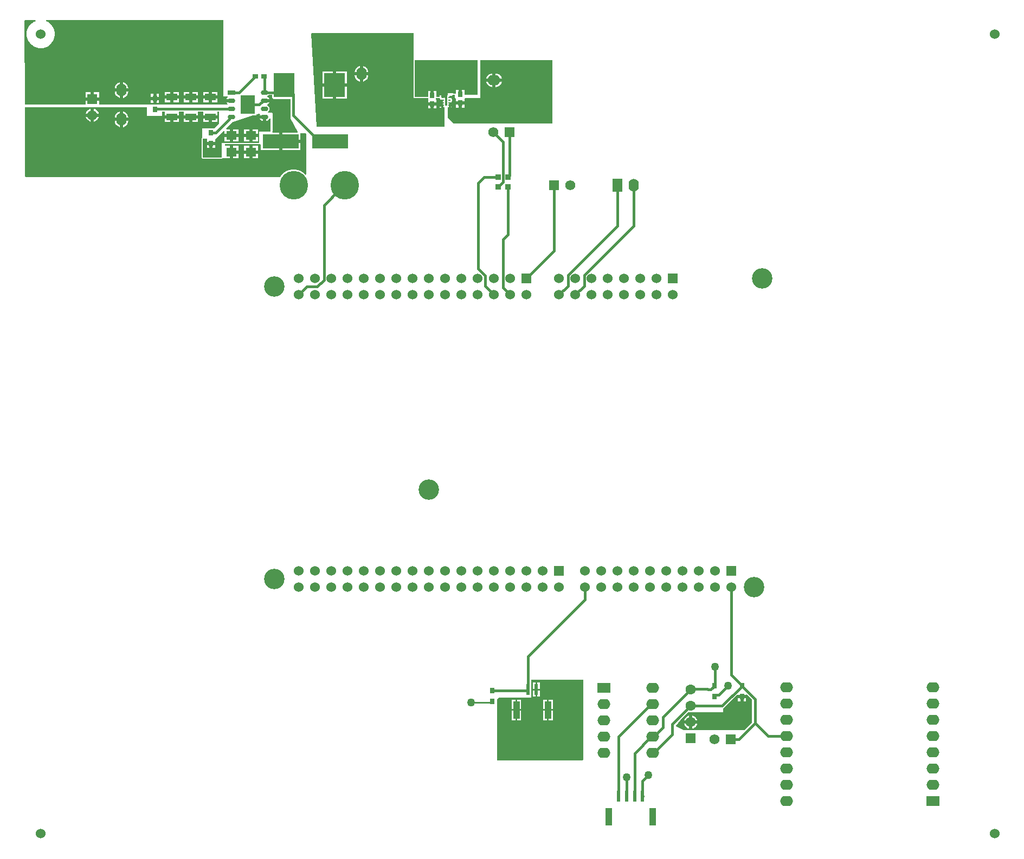
<source format=gbr>
G04*
G04 #@! TF.GenerationSoftware,Altium Limited,Altium Designer,23.0.1 (38)*
G04*
G04 Layer_Physical_Order=1*
G04 Layer_Color=255*
%FSLAX25Y25*%
%MOIN*%
G70*
G04*
G04 #@! TF.SameCoordinates,96643D2F-BE8E-4E12-8B93-A60CB91944C5*
G04*
G04*
G04 #@! TF.FilePolarity,Positive*
G04*
G01*
G75*
%ADD10C,0.01000*%
%ADD14R,0.03150X0.03543*%
%ADD15R,0.01732X0.05512*%
%ADD16R,0.01378X0.01024*%
%ADD17O,0.01378X0.01024*%
%ADD18R,0.06496X0.05512*%
%ADD19R,0.22008X0.08583*%
%ADD20O,0.04500X0.02992*%
%ADD21R,0.08898X0.11772*%
%ADD22R,0.04500X0.02992*%
%ADD23R,0.06693X0.04331*%
%ADD24R,0.02362X0.06693*%
%ADD25R,0.03937X0.10630*%
%ADD26R,0.03543X0.03543*%
%ADD27R,0.03543X0.03150*%
%ADD28R,0.12992X0.14567*%
%ADD29C,0.06181*%
%ADD30R,0.06181X0.06181*%
%ADD31R,0.06181X0.06181*%
%ADD32C,0.01500*%
%ADD33C,0.06000*%
%ADD34C,0.17559*%
%ADD35R,0.06299X0.07874*%
%ADD36O,0.06299X0.07874*%
%ADD37C,0.06024*%
%ADD38R,0.06024X0.06024*%
%ADD39C,0.12598*%
%ADD40O,0.07874X0.06299*%
%ADD41R,0.07874X0.06299*%
%ADD42R,0.06299X0.06299*%
%ADD43C,0.06299*%
%ADD44C,0.05000*%
G36*
X124000Y465500D02*
X126595D01*
X126746Y465000D01*
X126446Y464800D01*
X125912Y464000D01*
X129000D01*
Y462000D01*
X125912D01*
X126446Y461200D01*
X126746Y461000D01*
X126595Y460500D01*
X47591D01*
Y463000D01*
X43500D01*
X39409D01*
Y460500D01*
X2236D01*
X1739Y512145D01*
X2091Y512500D01*
X8544D01*
X8643Y512000D01*
X7708Y511613D01*
X6290Y510665D01*
X5083Y509458D01*
X4135Y508040D01*
X3483Y506463D01*
X3150Y504790D01*
Y503084D01*
X3483Y501411D01*
X4135Y499834D01*
X5083Y498416D01*
X6290Y497209D01*
X7708Y496261D01*
X9285Y495608D01*
X10958Y495276D01*
X12664D01*
X14337Y495608D01*
X15914Y496261D01*
X17332Y497209D01*
X18539Y498416D01*
X19487Y499834D01*
X20140Y501411D01*
X20472Y503084D01*
Y504790D01*
X20140Y506463D01*
X19487Y508040D01*
X18539Y509458D01*
X17332Y510665D01*
X15914Y511613D01*
X14979Y512000D01*
X15078Y512500D01*
X124000D01*
Y465500D01*
D02*
G37*
G36*
X280500Y487847D02*
Y466500D01*
X272258D01*
Y469567D01*
X270683D01*
Y466795D01*
X268683D01*
Y469567D01*
X267108D01*
Y467642D01*
X267043Y467555D01*
X266608Y467281D01*
X266500Y467303D01*
X265697D01*
X265500Y467500D01*
X262000D01*
Y466256D01*
D01*
Y466162D01*
X261590D01*
Y463563D01*
Y462500D01*
X260410D01*
Y464587D01*
X260000D01*
Y466374D01*
X259933D01*
Y464862D01*
X258014D01*
X257933Y464916D01*
Y466374D01*
X257244D01*
Y465303D01*
X255075D01*
Y468929D01*
X253500D01*
Y466157D01*
X251500D01*
Y468929D01*
X249925D01*
Y465303D01*
X241803D01*
Y488000D01*
X280000D01*
X280038Y488038D01*
X280500Y487847D01*
D02*
G37*
G36*
X326500Y449000D02*
X265500D01*
X262000Y452500D01*
Y458358D01*
X262067Y458401D01*
Y458956D01*
X262654D01*
Y460138D01*
X263067D01*
Y461138D01*
D01*
Y461988D01*
X264544D01*
Y462713D01*
X264756D01*
Y463224D01*
X264756D01*
Y463350D01*
X264756D01*
Y463862D01*
X264544D01*
Y464587D01*
X263067D01*
Y465862D01*
X264756D01*
Y466374D01*
X265204Y466500D01*
X266500D01*
Y464500D01*
X266711D01*
X267108Y464252D01*
Y462480D01*
X269683D01*
X272258D01*
Y464252D01*
X272655Y464500D01*
X282000D01*
Y488000D01*
X326500D01*
Y449000D01*
D02*
G37*
G36*
X241000Y464500D02*
X250138D01*
Y463614D01*
X249925D01*
Y461842D01*
X252500D01*
X255075D01*
Y463614D01*
X254862D01*
Y464500D01*
X257244D01*
Y464287D01*
X257456D01*
Y463563D01*
X258933D01*
Y462287D01*
D01*
Y460713D01*
D01*
Y460138D01*
X259346D01*
Y458956D01*
X259933D01*
Y458626D01*
X260000D01*
Y447000D01*
X181500D01*
X178022Y504136D01*
X178365Y504500D01*
X241000D01*
Y464500D01*
D02*
G37*
G36*
X146731Y454500D02*
X146397Y454000D01*
X149484D01*
Y453000D01*
X150484D01*
Y450504D01*
X151212Y450649D01*
X152038Y451200D01*
X152500Y451892D01*
X153000Y451741D01*
Y444000D01*
X146000D01*
Y437000D01*
X123000D01*
Y428000D01*
X111500D01*
Y439500D01*
X113456D01*
X113925Y439425D01*
X113925Y439000D01*
Y437654D01*
X116500D01*
X119075D01*
X119075Y439319D01*
X119500Y439500D01*
X119531Y439531D01*
X124290Y444290D01*
X124752Y444099D01*
Y442618D01*
X128000D01*
Y445374D01*
X126027D01*
X125836Y445836D01*
X130000Y450000D01*
X142246Y453827D01*
X144478D01*
Y454525D01*
X146000Y455000D01*
X146463D01*
X146731Y454500D01*
D02*
G37*
G36*
X154165Y464429D02*
X154571D01*
X155000Y464000D01*
X165500D01*
Y452000D01*
X169870Y443719D01*
X169612Y443291D01*
X160246D01*
Y439000D01*
X171250D01*
Y443000D01*
X174500D01*
X175000Y442500D01*
Y417489D01*
X174500Y417282D01*
X173351Y418431D01*
X171784Y419478D01*
X170043Y420199D01*
X168194Y420567D01*
X166310D01*
X164461Y420199D01*
X162720Y419478D01*
X161153Y418431D01*
X159821Y417099D01*
X159087Y416000D01*
X2500D01*
X2000Y416500D01*
Y420500D01*
Y459000D01*
X77000D01*
Y454000D01*
X77500Y453500D01*
X86500D01*
Y456259D01*
X87735D01*
X88153Y456063D01*
X88153Y455759D01*
Y453898D01*
X92500D01*
X96846D01*
Y455759D01*
X96846Y456063D01*
X97265Y456259D01*
X99235D01*
X99654Y456063D01*
X99654Y455759D01*
Y453898D01*
X104000D01*
X108346D01*
Y455759D01*
X108346Y456063D01*
X108765Y456259D01*
X111235D01*
X111653Y456063D01*
X111653Y455759D01*
Y453898D01*
X116000D01*
X120346D01*
Y455759D01*
X120346Y456063D01*
X120765Y456259D01*
X121500D01*
Y449000D01*
X118500Y446000D01*
X111000D01*
Y440113D01*
X110932Y440068D01*
X110758Y439807D01*
X110697Y439500D01*
Y428000D01*
X110758Y427693D01*
X110887Y427500D01*
X110932Y427432D01*
X111193Y427258D01*
X111500Y427197D01*
X123000D01*
X123307Y427258D01*
X123568Y427432D01*
X123613Y427500D01*
X125000D01*
Y427626D01*
X128000D01*
Y431382D01*
Y435138D01*
X125000D01*
Y436197D01*
X146000D01*
X146307Y436258D01*
X146568Y436432D01*
X147000Y436000D01*
Y436000D01*
X147242Y435600D01*
Y432709D01*
X158246D01*
Y438000D01*
Y443291D01*
X154375D01*
X154092Y443791D01*
X154217Y444000D01*
X154500D01*
Y455000D01*
X154000Y455500D01*
X151507D01*
X151355Y456000D01*
X151884Y456354D01*
X152389Y457109D01*
X152566Y458000D01*
X152389Y458891D01*
X151884Y459646D01*
X151162Y460129D01*
X151146Y460266D01*
X151201Y460646D01*
X151212Y460649D01*
X152038Y461200D01*
X152572Y462000D01*
X149484D01*
Y464000D01*
X152572D01*
X152038Y464800D01*
X151212Y465351D01*
X151201Y465353D01*
X151146Y465734D01*
X151162Y465871D01*
X151884Y466354D01*
X151937Y466433D01*
X154165D01*
Y464429D01*
D02*
G37*
G36*
X440425Y97205D02*
Y97154D01*
X443000D01*
X445575D01*
Y97205D01*
X446037Y97396D01*
X449000Y94433D01*
Y80217D01*
X444283Y75500D01*
X407000D01*
X402362Y77819D01*
X402261Y78309D01*
X403653Y79954D01*
X406308Y83091D01*
X409717Y86500D01*
X431500D01*
Y89000D01*
X431756Y89256D01*
X431959Y89392D01*
X439963Y97396D01*
X440425Y97205D01*
D02*
G37*
G36*
X345500Y57500D02*
X345000Y57000D01*
X292500D01*
Y94500D01*
X293500Y95500D01*
X313500D01*
Y96366D01*
X313508D01*
Y104634D01*
X313500D01*
Y106500D01*
X345500D01*
Y57500D01*
D02*
G37*
%LPC*%
G36*
X62500Y474341D02*
Y470500D01*
X65657D01*
X65543Y471371D01*
X65125Y472380D01*
X64460Y473247D01*
X63593Y473912D01*
X62583Y474330D01*
X62500Y474341D01*
D02*
G37*
G36*
X60500D02*
X60417Y474330D01*
X59407Y473912D01*
X58540Y473247D01*
X57875Y472380D01*
X57457Y471371D01*
X57343Y470500D01*
X60500D01*
Y474341D01*
D02*
G37*
G36*
X120346Y468268D02*
X117000D01*
Y466102D01*
X120346D01*
Y468268D01*
D02*
G37*
G36*
X108346D02*
X105000D01*
Y466102D01*
X108346D01*
Y468268D01*
D02*
G37*
G36*
X96846D02*
X93500D01*
Y466102D01*
X96846D01*
Y468268D01*
D02*
G37*
G36*
X115000D02*
X111653D01*
Y466102D01*
X115000D01*
Y468268D01*
D02*
G37*
G36*
X103000D02*
X99654D01*
Y466102D01*
X103000D01*
Y468268D01*
D02*
G37*
G36*
X91500D02*
X88153D01*
Y466102D01*
X91500D01*
Y468268D01*
D02*
G37*
G36*
X84575Y467118D02*
X83000D01*
Y465346D01*
X84575D01*
Y467118D01*
D02*
G37*
G36*
X81000D02*
X79425D01*
Y465346D01*
X81000D01*
Y467118D01*
D02*
G37*
G36*
X47591Y468090D02*
X44500D01*
Y465000D01*
X47591D01*
Y468090D01*
D02*
G37*
G36*
X42500D02*
X39409D01*
Y465000D01*
X42500D01*
Y468090D01*
D02*
G37*
G36*
X65657Y468500D02*
X62500D01*
Y464659D01*
X62583Y464670D01*
X63593Y465088D01*
X64460Y465753D01*
X65125Y466620D01*
X65543Y467629D01*
X65657Y468500D01*
D02*
G37*
G36*
X60500D02*
X57343D01*
X57457Y467629D01*
X57875Y466620D01*
X58540Y465753D01*
X59407Y465088D01*
X60417Y464670D01*
X60500Y464659D01*
Y468500D01*
D02*
G37*
G36*
X120346Y464102D02*
X117000D01*
Y461937D01*
X120346D01*
Y464102D01*
D02*
G37*
G36*
X115000D02*
X111653D01*
Y461937D01*
X115000D01*
Y464102D01*
D02*
G37*
G36*
X108346D02*
X105000D01*
Y461937D01*
X108346D01*
Y464102D01*
D02*
G37*
G36*
X103000D02*
X99654D01*
Y461937D01*
X103000D01*
Y464102D01*
D02*
G37*
G36*
X96846D02*
X93500D01*
Y461937D01*
X96846D01*
Y464102D01*
D02*
G37*
G36*
X91500D02*
X88153D01*
Y461937D01*
X91500D01*
Y464102D01*
D02*
G37*
G36*
X84575Y463346D02*
X83000D01*
Y461575D01*
X84575D01*
Y463346D01*
D02*
G37*
G36*
X81000D02*
X79425D01*
Y461575D01*
X81000D01*
Y463346D01*
D02*
G37*
G36*
X291500Y479657D02*
Y476500D01*
X295341D01*
X295330Y476583D01*
X294912Y477593D01*
X294247Y478460D01*
X293380Y479125D01*
X292371Y479543D01*
X291500Y479657D01*
D02*
G37*
G36*
X289500D02*
X288629Y479543D01*
X287620Y479125D01*
X286753Y478460D01*
X286088Y477593D01*
X285670Y476583D01*
X285659Y476500D01*
X289500D01*
Y479657D01*
D02*
G37*
G36*
X295341Y474500D02*
X291500D01*
Y471343D01*
X292371Y471457D01*
X293380Y471875D01*
X294247Y472541D01*
X294912Y473407D01*
X295330Y474417D01*
X295341Y474500D01*
D02*
G37*
G36*
X289500D02*
X285659D01*
X285670Y474417D01*
X286088Y473407D01*
X286753Y472541D01*
X287620Y471875D01*
X288629Y471457D01*
X289500Y471343D01*
Y474500D01*
D02*
G37*
G36*
X264394Y459138D02*
X264067D01*
Y458869D01*
X264334Y459048D01*
X264394Y459138D01*
D02*
G37*
G36*
X272258Y460480D02*
X270683D01*
Y458709D01*
X272258D01*
Y460480D01*
D02*
G37*
G36*
X268683D02*
X267108D01*
Y458709D01*
X268683D01*
Y460480D01*
D02*
G37*
G36*
X210000Y484341D02*
Y480500D01*
X213157D01*
X213043Y481371D01*
X212625Y482380D01*
X211960Y483247D01*
X211093Y483912D01*
X210083Y484330D01*
X210000Y484341D01*
D02*
G37*
G36*
X208000D02*
X207917Y484330D01*
X206907Y483912D01*
X206041Y483247D01*
X205375Y482380D01*
X204957Y481371D01*
X204843Y480500D01*
X208000D01*
Y484341D01*
D02*
G37*
G36*
X213157Y478500D02*
X210000D01*
Y474659D01*
X210083Y474670D01*
X211093Y475088D01*
X211960Y475753D01*
X212625Y476620D01*
X213043Y477629D01*
X213157Y478500D01*
D02*
G37*
G36*
X208000D02*
X204843D01*
X204957Y477629D01*
X205375Y476620D01*
X206041Y475753D01*
X206907Y475088D01*
X207917Y474670D01*
X208000Y474659D01*
Y478500D01*
D02*
G37*
G36*
X200047Y480784D02*
X193551D01*
Y473500D01*
X200047D01*
Y480784D01*
D02*
G37*
G36*
X191551D02*
X185055D01*
Y473500D01*
X191551D01*
Y480784D01*
D02*
G37*
G36*
X200047Y471500D02*
X193551D01*
Y464217D01*
X200047D01*
Y471500D01*
D02*
G37*
G36*
X191551D02*
X185055D01*
Y464217D01*
X191551D01*
Y471500D01*
D02*
G37*
G36*
X257933Y459138D02*
X257244D01*
Y458626D01*
X257933D01*
Y459138D01*
D02*
G37*
G36*
X255075Y459842D02*
X253500D01*
Y458071D01*
X255075D01*
Y459842D01*
D02*
G37*
G36*
X251500D02*
X249925D01*
Y458071D01*
X251500D01*
Y459842D01*
D02*
G37*
G36*
X148484Y452000D02*
X146397D01*
X146931Y451200D01*
X147756Y450649D01*
X148484Y450504D01*
Y452000D01*
D02*
G37*
G36*
X145248Y445374D02*
X142000D01*
Y442618D01*
X145248D01*
Y445374D01*
D02*
G37*
G36*
X133248D02*
X130000D01*
Y442618D01*
X133248D01*
Y445374D01*
D02*
G37*
G36*
X140000D02*
X136752D01*
Y442618D01*
X140000D01*
Y445374D01*
D02*
G37*
G36*
X145248Y440618D02*
X142000D01*
Y437862D01*
X145248D01*
Y440618D01*
D02*
G37*
G36*
X140000D02*
X136752D01*
Y437862D01*
X140000D01*
Y440618D01*
D02*
G37*
G36*
X133248D02*
X130000D01*
Y437862D01*
X133248D01*
Y440618D01*
D02*
G37*
G36*
X128000D02*
X124752D01*
Y437862D01*
X128000D01*
Y440618D01*
D02*
G37*
G36*
X119075Y435654D02*
X117500D01*
Y433882D01*
X119075D01*
Y435654D01*
D02*
G37*
G36*
X115500D02*
X113925D01*
Y433882D01*
X115500D01*
Y435654D01*
D02*
G37*
G36*
X44500Y457967D02*
Y455000D01*
X47467D01*
X47312Y455579D01*
X46773Y456512D01*
X46012Y457273D01*
X45079Y457812D01*
X44500Y457967D01*
D02*
G37*
G36*
X42500D02*
X41921Y457812D01*
X40988Y457273D01*
X40227Y456512D01*
X39688Y455579D01*
X39533Y455000D01*
X42500D01*
Y457967D01*
D02*
G37*
G36*
X62500Y456341D02*
Y452500D01*
X65657D01*
X65543Y453371D01*
X65125Y454380D01*
X64460Y455247D01*
X63593Y455912D01*
X62583Y456330D01*
X62500Y456341D01*
D02*
G37*
G36*
X60500D02*
X60417Y456330D01*
X59407Y455912D01*
X58540Y455247D01*
X57875Y454380D01*
X57457Y453371D01*
X57343Y452500D01*
X60500D01*
Y456341D01*
D02*
G37*
G36*
X47467Y453000D02*
X44500D01*
Y450033D01*
X45079Y450188D01*
X46012Y450727D01*
X46773Y451488D01*
X47312Y452421D01*
X47467Y453000D01*
D02*
G37*
G36*
X42500D02*
X39533D01*
X39688Y452421D01*
X40227Y451488D01*
X40988Y450727D01*
X41921Y450188D01*
X42500Y450033D01*
Y453000D01*
D02*
G37*
G36*
X120346Y451898D02*
X117000D01*
Y449732D01*
X120346D01*
Y451898D01*
D02*
G37*
G36*
X115000D02*
X111653D01*
Y449732D01*
X115000D01*
Y451898D01*
D02*
G37*
G36*
X108346D02*
X105000D01*
Y449732D01*
X108346D01*
Y451898D01*
D02*
G37*
G36*
X103000D02*
X99654D01*
Y449732D01*
X103000D01*
Y451898D01*
D02*
G37*
G36*
X96846D02*
X93500D01*
Y449732D01*
X96846D01*
Y451898D01*
D02*
G37*
G36*
X91500D02*
X88153D01*
Y449732D01*
X91500D01*
Y451898D01*
D02*
G37*
G36*
X65657Y450500D02*
X62500D01*
Y446659D01*
X62583Y446670D01*
X63593Y447088D01*
X64460Y447753D01*
X65125Y448620D01*
X65543Y449629D01*
X65657Y450500D01*
D02*
G37*
G36*
X60500D02*
X57343D01*
X57457Y449629D01*
X57875Y448620D01*
X58540Y447753D01*
X59407Y447088D01*
X60417Y446670D01*
X60500Y446659D01*
Y450500D01*
D02*
G37*
G36*
X171250Y437000D02*
X160246D01*
Y432709D01*
X171250D01*
Y437000D01*
D02*
G37*
G36*
X145248Y435138D02*
X142000D01*
Y432382D01*
X145248D01*
Y435138D01*
D02*
G37*
G36*
X133248D02*
X130000D01*
Y432382D01*
X133248D01*
Y435138D01*
D02*
G37*
G36*
X140000D02*
X136752D01*
Y432382D01*
X140000D01*
Y435138D01*
D02*
G37*
G36*
X145248Y430382D02*
X142000D01*
Y427626D01*
X145248D01*
Y430382D01*
D02*
G37*
G36*
X140000D02*
X136752D01*
Y427626D01*
X140000D01*
Y430382D01*
D02*
G37*
G36*
X133248D02*
X130000D01*
Y427626D01*
X133248D01*
Y430382D01*
D02*
G37*
G36*
X445575Y95153D02*
X444000D01*
Y93382D01*
X445575D01*
Y95153D01*
D02*
G37*
G36*
X442000D02*
X440425D01*
Y93382D01*
X442000D01*
Y95153D01*
D02*
G37*
G36*
X412500Y84528D02*
Y81500D01*
X415528D01*
X415367Y82102D01*
X414820Y83048D01*
X414048Y83820D01*
X413102Y84367D01*
X412500Y84528D01*
D02*
G37*
G36*
X410500D02*
X409898Y84367D01*
X408952Y83820D01*
X408180Y83048D01*
X407633Y82102D01*
X407472Y81500D01*
X410500D01*
Y84528D01*
D02*
G37*
G36*
X415528Y79500D02*
X412500D01*
Y76472D01*
X413102Y76633D01*
X414048Y77179D01*
X414820Y77952D01*
X415367Y78898D01*
X415528Y79500D01*
D02*
G37*
G36*
X410500D02*
X407472D01*
X407633Y78898D01*
X408180Y77952D01*
X408952Y77179D01*
X409898Y76633D01*
X410500Y76472D01*
Y79500D01*
D02*
G37*
G36*
X318642Y104847D02*
X316961D01*
Y101000D01*
X318642D01*
Y104847D01*
D02*
G37*
G36*
X315961D02*
X314280D01*
Y101000D01*
X315961D01*
Y104847D01*
D02*
G37*
G36*
X318642Y100000D02*
X316961D01*
Y96153D01*
X318642D01*
Y100000D01*
D02*
G37*
G36*
X315961D02*
X314280D01*
Y96153D01*
X315961D01*
Y100000D01*
D02*
G37*
G36*
X307224Y94217D02*
X304756D01*
Y88402D01*
X307224D01*
Y94217D01*
D02*
G37*
G36*
X326713D02*
X324244D01*
Y88402D01*
X326713D01*
Y94217D01*
D02*
G37*
G36*
X323244D02*
X320776D01*
Y88402D01*
X323244D01*
Y94217D01*
D02*
G37*
G36*
X303756D02*
X301287D01*
Y88402D01*
X303756D01*
Y94217D01*
D02*
G37*
G36*
X326713Y87401D02*
X324244D01*
Y81587D01*
X326713D01*
Y87401D01*
D02*
G37*
G36*
X323244D02*
X320776D01*
Y81587D01*
X323244D01*
Y87401D01*
D02*
G37*
G36*
X307224D02*
X304756D01*
Y81587D01*
X307224D01*
Y87401D01*
D02*
G37*
G36*
X303756D02*
X301287D01*
Y81587D01*
X303756D01*
Y87401D01*
D02*
G37*
%LPD*%
D10*
X288846Y92500D02*
X289500Y93154D01*
X276500Y92500D02*
X288846D01*
D14*
X426000Y102847D02*
D03*
Y96153D02*
D03*
X252500Y466157D02*
D03*
Y460843D02*
D03*
X82000Y464347D02*
D03*
Y457654D02*
D03*
X116500Y436654D02*
D03*
Y443347D02*
D03*
X289500Y99847D02*
D03*
Y93154D02*
D03*
X269683Y466795D02*
D03*
Y461480D02*
D03*
X443000Y96153D02*
D03*
Y102847D02*
D03*
D15*
X261000Y462500D02*
D03*
D16*
X263067Y461713D02*
D03*
X258933Y464862D02*
D03*
Y463287D02*
D03*
Y461713D02*
D03*
Y460138D02*
D03*
X263067Y464862D02*
D03*
Y463287D02*
D03*
D17*
Y460138D02*
D03*
D18*
X141000Y431382D02*
D03*
Y441618D02*
D03*
X129000Y431382D02*
D03*
Y441618D02*
D03*
D19*
X159246Y438000D02*
D03*
X189754D02*
D03*
D20*
X129000Y458000D02*
D03*
Y453000D02*
D03*
X149484Y463000D02*
D03*
Y458000D02*
D03*
Y453000D02*
D03*
X129000Y463000D02*
D03*
X149484Y468000D02*
D03*
D21*
X139242Y460500D02*
D03*
D22*
X129000Y468000D02*
D03*
D23*
X116000Y452898D02*
D03*
Y465102D02*
D03*
X104000D02*
D03*
Y452898D02*
D03*
X92500Y465102D02*
D03*
Y452898D02*
D03*
D24*
X367118Y34913D02*
D03*
X372039D02*
D03*
X376961D02*
D03*
X381882D02*
D03*
X316461Y100500D02*
D03*
X311539D02*
D03*
D25*
X361016Y22315D02*
D03*
X387984D02*
D03*
X323744Y87902D02*
D03*
X304256D02*
D03*
D26*
X293047Y410047D02*
D03*
Y415953D02*
D03*
X298953Y410047D02*
D03*
Y415953D02*
D03*
D27*
X149158Y478000D02*
D03*
X143842D02*
D03*
D28*
X161449Y472500D02*
D03*
X192551D02*
D03*
D29*
X290000Y443500D02*
D03*
X426000Y70000D02*
D03*
X337500Y411000D02*
D03*
X43500Y454000D02*
D03*
D30*
X300000Y443500D02*
D03*
X436000Y70000D02*
D03*
X327500Y411000D02*
D03*
D31*
X43500Y464000D02*
D03*
D32*
X376500Y385914D02*
Y411000D01*
X345971Y355384D02*
X376500Y385914D01*
X345971Y348951D02*
Y355384D01*
X340520Y343500D02*
X345971Y348951D01*
X335970Y355384D02*
X366500Y385914D01*
Y411000D01*
X335970Y348951D02*
Y355384D01*
X330520Y343500D02*
X335970Y348951D01*
X295919Y412919D02*
Y437581D01*
X293047Y410047D02*
X295919Y412919D01*
X290000Y443500D02*
X295919Y437581D01*
X170520Y343500D02*
X175461Y348441D01*
X181895D01*
X185970Y352517D01*
Y398628D01*
X195843Y408500D01*
X285202Y348818D02*
X290520Y343500D01*
X285202Y348818D02*
Y355251D01*
X280750Y359703D02*
X285202Y355251D01*
X280750Y359703D02*
Y412260D01*
X284442Y415953D01*
X293047D01*
X292094Y411000D02*
X293047Y410047D01*
X295971Y348049D02*
X300520Y343500D01*
X295971Y348049D02*
Y377658D01*
X298953Y380641D01*
Y410047D01*
Y415953D02*
X300000Y417000D01*
Y443500D01*
X441000Y70000D02*
X451000Y80000D01*
X436000Y70000D02*
X441000D01*
X443000Y102650D02*
X451000Y94650D01*
X443000Y102650D02*
Y102847D01*
X139242Y460500D02*
X146230D01*
X148730Y463000D01*
X149484D01*
X156949Y468000D02*
X161449Y472500D01*
X149484Y468000D02*
X156949D01*
X167195Y453846D02*
Y466754D01*
X161449Y472500D02*
X167195Y466754D01*
Y453846D02*
X183041Y438000D01*
X189754D01*
X149321Y468163D02*
X149484Y468000D01*
X149158Y478000D02*
X149321Y477837D01*
Y468163D02*
Y477837D01*
X127712Y452063D02*
X128650Y453000D01*
X127712Y451712D02*
Y452063D01*
X128650Y453000D02*
X129000D01*
X119346Y443347D02*
X127712Y451712D01*
X116500Y443347D02*
X119346D01*
X82173Y457827D02*
X128827D01*
X82000Y457654D02*
X82173Y457827D01*
X128827D02*
X129000Y458000D01*
X133646Y468000D02*
X143646Y478000D01*
X129000Y468000D02*
X133646D01*
X128842Y468157D02*
X129000Y468000D01*
X143646Y478000D02*
X143842D01*
X381882Y44382D02*
X385500Y48000D01*
X381882Y34913D02*
Y44382D01*
Y34913D02*
X381941Y34972D01*
X367118Y34913D02*
Y71406D01*
X387213Y91500D02*
X388000D01*
X367118Y71406D02*
X387213Y91500D01*
X425923Y96077D02*
X426000Y96153D01*
Y96350D02*
X426825Y97175D01*
X428675D01*
X434500Y103000D01*
X426000Y96153D02*
Y96350D01*
Y102847D02*
X426250Y103096D01*
Y114250D01*
X426500Y114500D01*
X426000Y102650D02*
Y102847D01*
X436520Y109524D02*
X443000Y103043D01*
X436520Y109524D02*
Y163500D01*
X443000Y102847D02*
Y103043D01*
X411500Y90500D02*
X430850D01*
X443000Y102650D01*
X421994Y100517D02*
X423867D01*
X411750Y100750D02*
X421760D01*
X421994Y100517D01*
X394500Y83500D02*
X411750Y100750D01*
X423867Y100517D02*
X426000Y102650D01*
X327500Y370480D02*
Y411000D01*
X310520Y353500D02*
X327500Y370480D01*
X311539Y120961D02*
X346520Y155941D01*
Y163500D01*
X311539Y100500D02*
Y120961D01*
X372039Y34913D02*
Y46461D01*
X372000Y46500D02*
X372039Y46461D01*
X387213Y71500D02*
X388000D01*
X376961Y34913D02*
Y61248D01*
X387213Y71500D01*
X311108Y99847D02*
X311539Y100277D01*
X289500Y99847D02*
X311108D01*
X311539Y100277D02*
Y100500D01*
X459000Y72000D02*
X470500D01*
X451000Y80000D02*
X459000Y72000D01*
X451000Y80000D02*
Y94650D01*
X394500Y77213D02*
Y83500D01*
X388787Y71500D02*
X394500Y77213D01*
X388000Y71500D02*
X388787D01*
Y61500D02*
X400144Y72856D01*
Y79144D02*
X411500Y90500D01*
X388000Y61500D02*
X388787D01*
X400144Y72856D02*
Y79144D01*
D33*
X11811Y11811D02*
D03*
Y503937D02*
D03*
X598425Y11811D02*
D03*
Y503937D02*
D03*
D34*
X167252Y411000D02*
D03*
X198748D02*
D03*
D35*
X366500D02*
D03*
D36*
X376500D02*
D03*
X61500Y451500D02*
D03*
Y469500D02*
D03*
X209000Y479500D02*
D03*
D37*
X240520Y343500D02*
D03*
X230520D02*
D03*
X210520D02*
D03*
X400520D02*
D03*
X390520Y353500D02*
D03*
Y343500D02*
D03*
X380520Y353500D02*
D03*
Y343500D02*
D03*
X370520Y353500D02*
D03*
Y343500D02*
D03*
X360520Y353500D02*
D03*
Y343500D02*
D03*
X350520Y353500D02*
D03*
Y343500D02*
D03*
X340520Y353500D02*
D03*
Y343500D02*
D03*
X330520Y353500D02*
D03*
Y343500D02*
D03*
X310520D02*
D03*
X300520Y353500D02*
D03*
Y343500D02*
D03*
X290520Y353500D02*
D03*
Y343500D02*
D03*
X280520Y353500D02*
D03*
Y343500D02*
D03*
X270520Y353500D02*
D03*
Y343500D02*
D03*
X260520Y353500D02*
D03*
Y343500D02*
D03*
X250520Y353500D02*
D03*
Y343500D02*
D03*
X240520Y353500D02*
D03*
X230520D02*
D03*
X220520D02*
D03*
Y343500D02*
D03*
X210520Y353500D02*
D03*
X200520D02*
D03*
Y343500D02*
D03*
X190520Y353500D02*
D03*
Y343500D02*
D03*
X180520Y353500D02*
D03*
Y343500D02*
D03*
X436520Y163500D02*
D03*
X330520D02*
D03*
X320520Y173500D02*
D03*
Y163500D02*
D03*
X310520Y173500D02*
D03*
Y163500D02*
D03*
X300520Y173500D02*
D03*
Y163500D02*
D03*
X290520Y173500D02*
D03*
Y163500D02*
D03*
X280520Y173500D02*
D03*
Y163500D02*
D03*
X270520Y173500D02*
D03*
Y163500D02*
D03*
X260520Y173500D02*
D03*
Y163500D02*
D03*
X250520Y173500D02*
D03*
Y163500D02*
D03*
X240520Y173500D02*
D03*
Y163500D02*
D03*
X230520Y173500D02*
D03*
Y163500D02*
D03*
X220520Y173500D02*
D03*
Y163500D02*
D03*
X210520Y173500D02*
D03*
Y163500D02*
D03*
X200520Y173500D02*
D03*
Y163500D02*
D03*
X190520Y173500D02*
D03*
Y163500D02*
D03*
X180520Y173500D02*
D03*
Y163500D02*
D03*
X426520Y173500D02*
D03*
Y163500D02*
D03*
X416520Y173500D02*
D03*
Y163500D02*
D03*
X406520Y173500D02*
D03*
Y163500D02*
D03*
X396520Y173500D02*
D03*
Y163500D02*
D03*
X386520Y173500D02*
D03*
Y163500D02*
D03*
X376520Y173500D02*
D03*
Y163500D02*
D03*
X366520Y173500D02*
D03*
Y163500D02*
D03*
X356520Y173500D02*
D03*
Y163500D02*
D03*
X346520Y173500D02*
D03*
Y163500D02*
D03*
X170520Y353500D02*
D03*
Y343500D02*
D03*
Y173500D02*
D03*
Y163500D02*
D03*
D38*
X400520Y353500D02*
D03*
X310520D02*
D03*
X436520Y173500D02*
D03*
X330520D02*
D03*
D39*
X155520Y348500D02*
D03*
Y168500D02*
D03*
X450520Y163500D02*
D03*
X250520Y223500D02*
D03*
X455520Y353500D02*
D03*
D40*
X290500Y475500D02*
D03*
X388000Y61500D02*
D03*
Y71500D02*
D03*
Y81500D02*
D03*
Y91500D02*
D03*
Y101500D02*
D03*
X358000Y61500D02*
D03*
Y71500D02*
D03*
Y81500D02*
D03*
Y91500D02*
D03*
X560500Y42000D02*
D03*
Y52000D02*
D03*
Y62000D02*
D03*
Y72000D02*
D03*
Y82000D02*
D03*
Y92000D02*
D03*
Y102000D02*
D03*
X470500Y32000D02*
D03*
Y42000D02*
D03*
Y52000D02*
D03*
Y62000D02*
D03*
Y72000D02*
D03*
Y82000D02*
D03*
Y92000D02*
D03*
Y102000D02*
D03*
D41*
X358000Y101500D02*
D03*
X560500Y32000D02*
D03*
D42*
X411500Y70500D02*
D03*
D43*
Y80500D02*
D03*
Y90500D02*
D03*
Y100500D02*
D03*
D44*
X276500Y92500D02*
D03*
X304000Y76000D02*
D03*
X323500Y103000D02*
D03*
X205500Y467500D02*
D03*
X271000Y453500D02*
D03*
X252500D02*
D03*
X260500Y472500D02*
D03*
X270000Y474000D02*
D03*
X252500Y473500D02*
D03*
X159500Y448500D02*
D03*
Y460000D02*
D03*
X120500Y431000D02*
D03*
X140500Y449000D02*
D03*
X160000Y426000D02*
D03*
X141000Y420000D02*
D03*
X128500Y419500D02*
D03*
X104000Y443500D02*
D03*
X92000Y444000D02*
D03*
X385500Y48000D02*
D03*
X335000Y86500D02*
D03*
X434500Y103000D02*
D03*
X426500Y114500D02*
D03*
X372000Y46500D02*
D03*
M02*

</source>
